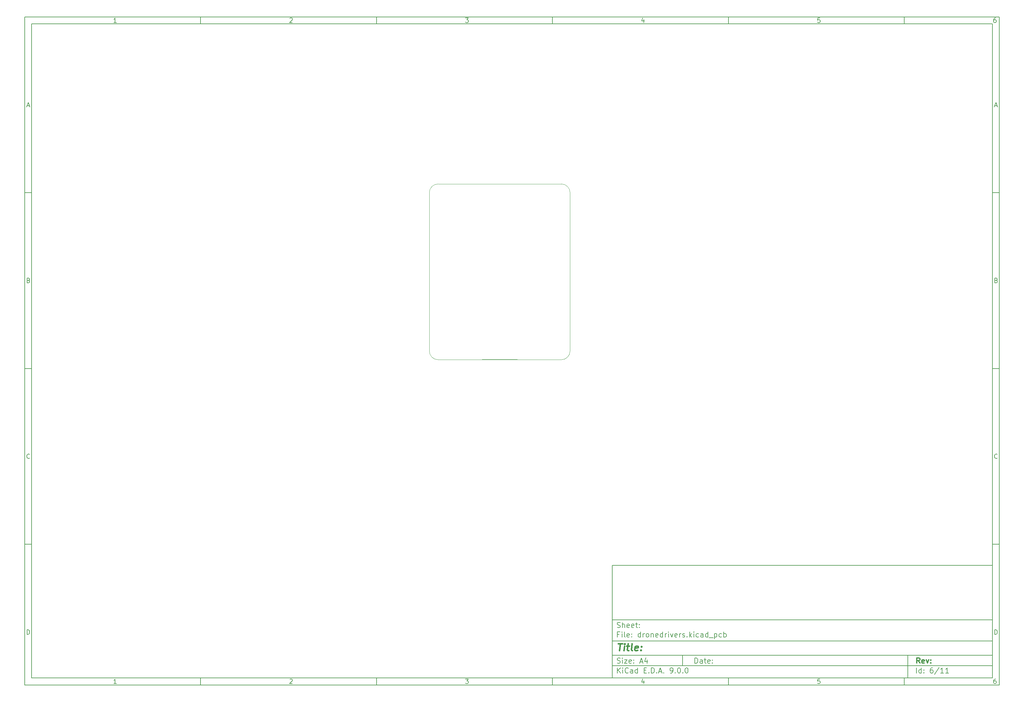
<source format=gbr>
%TF.GenerationSoftware,KiCad,Pcbnew,9.0.0*%
%TF.CreationDate,2025-03-29T01:57:50-05:00*%
%TF.ProjectId,dronedrivers,64726f6e-6564-4726-9976-6572732e6b69,rev?*%
%TF.SameCoordinates,Original*%
%TF.FileFunction,Paste,Bot*%
%TF.FilePolarity,Positive*%
%FSLAX46Y46*%
G04 Gerber Fmt 4.6, Leading zero omitted, Abs format (unit mm)*
G04 Created by KiCad (PCBNEW 9.0.0) date 2025-03-29 01:57:50*
%MOMM*%
%LPD*%
G01*
G04 APERTURE LIST*
%ADD10C,0.100000*%
%ADD11C,0.150000*%
%ADD12C,0.300000*%
%ADD13C,0.400000*%
%TA.AperFunction,Profile*%
%ADD14C,0.050000*%
%TD*%
G04 APERTURE END LIST*
D10*
D11*
X177002200Y-166007200D02*
X285002200Y-166007200D01*
X285002200Y-198007200D01*
X177002200Y-198007200D01*
X177002200Y-166007200D01*
D10*
D11*
X10000000Y-10000000D02*
X287002200Y-10000000D01*
X287002200Y-200007200D01*
X10000000Y-200007200D01*
X10000000Y-10000000D01*
D10*
D11*
X12000000Y-12000000D02*
X285002200Y-12000000D01*
X285002200Y-198007200D01*
X12000000Y-198007200D01*
X12000000Y-12000000D01*
D10*
D11*
X60000000Y-12000000D02*
X60000000Y-10000000D01*
D10*
D11*
X110000000Y-12000000D02*
X110000000Y-10000000D01*
D10*
D11*
X160000000Y-12000000D02*
X160000000Y-10000000D01*
D10*
D11*
X210000000Y-12000000D02*
X210000000Y-10000000D01*
D10*
D11*
X260000000Y-12000000D02*
X260000000Y-10000000D01*
D10*
D11*
X36089160Y-11593604D02*
X35346303Y-11593604D01*
X35717731Y-11593604D02*
X35717731Y-10293604D01*
X35717731Y-10293604D02*
X35593922Y-10479319D01*
X35593922Y-10479319D02*
X35470112Y-10603128D01*
X35470112Y-10603128D02*
X35346303Y-10665033D01*
D10*
D11*
X85346303Y-10417414D02*
X85408207Y-10355509D01*
X85408207Y-10355509D02*
X85532017Y-10293604D01*
X85532017Y-10293604D02*
X85841541Y-10293604D01*
X85841541Y-10293604D02*
X85965350Y-10355509D01*
X85965350Y-10355509D02*
X86027255Y-10417414D01*
X86027255Y-10417414D02*
X86089160Y-10541223D01*
X86089160Y-10541223D02*
X86089160Y-10665033D01*
X86089160Y-10665033D02*
X86027255Y-10850747D01*
X86027255Y-10850747D02*
X85284398Y-11593604D01*
X85284398Y-11593604D02*
X86089160Y-11593604D01*
D10*
D11*
X135284398Y-10293604D02*
X136089160Y-10293604D01*
X136089160Y-10293604D02*
X135655826Y-10788842D01*
X135655826Y-10788842D02*
X135841541Y-10788842D01*
X135841541Y-10788842D02*
X135965350Y-10850747D01*
X135965350Y-10850747D02*
X136027255Y-10912652D01*
X136027255Y-10912652D02*
X136089160Y-11036461D01*
X136089160Y-11036461D02*
X136089160Y-11345985D01*
X136089160Y-11345985D02*
X136027255Y-11469795D01*
X136027255Y-11469795D02*
X135965350Y-11531700D01*
X135965350Y-11531700D02*
X135841541Y-11593604D01*
X135841541Y-11593604D02*
X135470112Y-11593604D01*
X135470112Y-11593604D02*
X135346303Y-11531700D01*
X135346303Y-11531700D02*
X135284398Y-11469795D01*
D10*
D11*
X185965350Y-10726938D02*
X185965350Y-11593604D01*
X185655826Y-10231700D02*
X185346303Y-11160271D01*
X185346303Y-11160271D02*
X186151064Y-11160271D01*
D10*
D11*
X236027255Y-10293604D02*
X235408207Y-10293604D01*
X235408207Y-10293604D02*
X235346303Y-10912652D01*
X235346303Y-10912652D02*
X235408207Y-10850747D01*
X235408207Y-10850747D02*
X235532017Y-10788842D01*
X235532017Y-10788842D02*
X235841541Y-10788842D01*
X235841541Y-10788842D02*
X235965350Y-10850747D01*
X235965350Y-10850747D02*
X236027255Y-10912652D01*
X236027255Y-10912652D02*
X236089160Y-11036461D01*
X236089160Y-11036461D02*
X236089160Y-11345985D01*
X236089160Y-11345985D02*
X236027255Y-11469795D01*
X236027255Y-11469795D02*
X235965350Y-11531700D01*
X235965350Y-11531700D02*
X235841541Y-11593604D01*
X235841541Y-11593604D02*
X235532017Y-11593604D01*
X235532017Y-11593604D02*
X235408207Y-11531700D01*
X235408207Y-11531700D02*
X235346303Y-11469795D01*
D10*
D11*
X285965350Y-10293604D02*
X285717731Y-10293604D01*
X285717731Y-10293604D02*
X285593922Y-10355509D01*
X285593922Y-10355509D02*
X285532017Y-10417414D01*
X285532017Y-10417414D02*
X285408207Y-10603128D01*
X285408207Y-10603128D02*
X285346303Y-10850747D01*
X285346303Y-10850747D02*
X285346303Y-11345985D01*
X285346303Y-11345985D02*
X285408207Y-11469795D01*
X285408207Y-11469795D02*
X285470112Y-11531700D01*
X285470112Y-11531700D02*
X285593922Y-11593604D01*
X285593922Y-11593604D02*
X285841541Y-11593604D01*
X285841541Y-11593604D02*
X285965350Y-11531700D01*
X285965350Y-11531700D02*
X286027255Y-11469795D01*
X286027255Y-11469795D02*
X286089160Y-11345985D01*
X286089160Y-11345985D02*
X286089160Y-11036461D01*
X286089160Y-11036461D02*
X286027255Y-10912652D01*
X286027255Y-10912652D02*
X285965350Y-10850747D01*
X285965350Y-10850747D02*
X285841541Y-10788842D01*
X285841541Y-10788842D02*
X285593922Y-10788842D01*
X285593922Y-10788842D02*
X285470112Y-10850747D01*
X285470112Y-10850747D02*
X285408207Y-10912652D01*
X285408207Y-10912652D02*
X285346303Y-11036461D01*
D10*
D11*
X60000000Y-198007200D02*
X60000000Y-200007200D01*
D10*
D11*
X110000000Y-198007200D02*
X110000000Y-200007200D01*
D10*
D11*
X160000000Y-198007200D02*
X160000000Y-200007200D01*
D10*
D11*
X210000000Y-198007200D02*
X210000000Y-200007200D01*
D10*
D11*
X260000000Y-198007200D02*
X260000000Y-200007200D01*
D10*
D11*
X36089160Y-199600804D02*
X35346303Y-199600804D01*
X35717731Y-199600804D02*
X35717731Y-198300804D01*
X35717731Y-198300804D02*
X35593922Y-198486519D01*
X35593922Y-198486519D02*
X35470112Y-198610328D01*
X35470112Y-198610328D02*
X35346303Y-198672233D01*
D10*
D11*
X85346303Y-198424614D02*
X85408207Y-198362709D01*
X85408207Y-198362709D02*
X85532017Y-198300804D01*
X85532017Y-198300804D02*
X85841541Y-198300804D01*
X85841541Y-198300804D02*
X85965350Y-198362709D01*
X85965350Y-198362709D02*
X86027255Y-198424614D01*
X86027255Y-198424614D02*
X86089160Y-198548423D01*
X86089160Y-198548423D02*
X86089160Y-198672233D01*
X86089160Y-198672233D02*
X86027255Y-198857947D01*
X86027255Y-198857947D02*
X85284398Y-199600804D01*
X85284398Y-199600804D02*
X86089160Y-199600804D01*
D10*
D11*
X135284398Y-198300804D02*
X136089160Y-198300804D01*
X136089160Y-198300804D02*
X135655826Y-198796042D01*
X135655826Y-198796042D02*
X135841541Y-198796042D01*
X135841541Y-198796042D02*
X135965350Y-198857947D01*
X135965350Y-198857947D02*
X136027255Y-198919852D01*
X136027255Y-198919852D02*
X136089160Y-199043661D01*
X136089160Y-199043661D02*
X136089160Y-199353185D01*
X136089160Y-199353185D02*
X136027255Y-199476995D01*
X136027255Y-199476995D02*
X135965350Y-199538900D01*
X135965350Y-199538900D02*
X135841541Y-199600804D01*
X135841541Y-199600804D02*
X135470112Y-199600804D01*
X135470112Y-199600804D02*
X135346303Y-199538900D01*
X135346303Y-199538900D02*
X135284398Y-199476995D01*
D10*
D11*
X185965350Y-198734138D02*
X185965350Y-199600804D01*
X185655826Y-198238900D02*
X185346303Y-199167471D01*
X185346303Y-199167471D02*
X186151064Y-199167471D01*
D10*
D11*
X236027255Y-198300804D02*
X235408207Y-198300804D01*
X235408207Y-198300804D02*
X235346303Y-198919852D01*
X235346303Y-198919852D02*
X235408207Y-198857947D01*
X235408207Y-198857947D02*
X235532017Y-198796042D01*
X235532017Y-198796042D02*
X235841541Y-198796042D01*
X235841541Y-198796042D02*
X235965350Y-198857947D01*
X235965350Y-198857947D02*
X236027255Y-198919852D01*
X236027255Y-198919852D02*
X236089160Y-199043661D01*
X236089160Y-199043661D02*
X236089160Y-199353185D01*
X236089160Y-199353185D02*
X236027255Y-199476995D01*
X236027255Y-199476995D02*
X235965350Y-199538900D01*
X235965350Y-199538900D02*
X235841541Y-199600804D01*
X235841541Y-199600804D02*
X235532017Y-199600804D01*
X235532017Y-199600804D02*
X235408207Y-199538900D01*
X235408207Y-199538900D02*
X235346303Y-199476995D01*
D10*
D11*
X285965350Y-198300804D02*
X285717731Y-198300804D01*
X285717731Y-198300804D02*
X285593922Y-198362709D01*
X285593922Y-198362709D02*
X285532017Y-198424614D01*
X285532017Y-198424614D02*
X285408207Y-198610328D01*
X285408207Y-198610328D02*
X285346303Y-198857947D01*
X285346303Y-198857947D02*
X285346303Y-199353185D01*
X285346303Y-199353185D02*
X285408207Y-199476995D01*
X285408207Y-199476995D02*
X285470112Y-199538900D01*
X285470112Y-199538900D02*
X285593922Y-199600804D01*
X285593922Y-199600804D02*
X285841541Y-199600804D01*
X285841541Y-199600804D02*
X285965350Y-199538900D01*
X285965350Y-199538900D02*
X286027255Y-199476995D01*
X286027255Y-199476995D02*
X286089160Y-199353185D01*
X286089160Y-199353185D02*
X286089160Y-199043661D01*
X286089160Y-199043661D02*
X286027255Y-198919852D01*
X286027255Y-198919852D02*
X285965350Y-198857947D01*
X285965350Y-198857947D02*
X285841541Y-198796042D01*
X285841541Y-198796042D02*
X285593922Y-198796042D01*
X285593922Y-198796042D02*
X285470112Y-198857947D01*
X285470112Y-198857947D02*
X285408207Y-198919852D01*
X285408207Y-198919852D02*
X285346303Y-199043661D01*
D10*
D11*
X10000000Y-60000000D02*
X12000000Y-60000000D01*
D10*
D11*
X10000000Y-110000000D02*
X12000000Y-110000000D01*
D10*
D11*
X10000000Y-160000000D02*
X12000000Y-160000000D01*
D10*
D11*
X10690476Y-35222176D02*
X11309523Y-35222176D01*
X10566666Y-35593604D02*
X10999999Y-34293604D01*
X10999999Y-34293604D02*
X11433333Y-35593604D01*
D10*
D11*
X11092857Y-84912652D02*
X11278571Y-84974557D01*
X11278571Y-84974557D02*
X11340476Y-85036461D01*
X11340476Y-85036461D02*
X11402380Y-85160271D01*
X11402380Y-85160271D02*
X11402380Y-85345985D01*
X11402380Y-85345985D02*
X11340476Y-85469795D01*
X11340476Y-85469795D02*
X11278571Y-85531700D01*
X11278571Y-85531700D02*
X11154761Y-85593604D01*
X11154761Y-85593604D02*
X10659523Y-85593604D01*
X10659523Y-85593604D02*
X10659523Y-84293604D01*
X10659523Y-84293604D02*
X11092857Y-84293604D01*
X11092857Y-84293604D02*
X11216666Y-84355509D01*
X11216666Y-84355509D02*
X11278571Y-84417414D01*
X11278571Y-84417414D02*
X11340476Y-84541223D01*
X11340476Y-84541223D02*
X11340476Y-84665033D01*
X11340476Y-84665033D02*
X11278571Y-84788842D01*
X11278571Y-84788842D02*
X11216666Y-84850747D01*
X11216666Y-84850747D02*
X11092857Y-84912652D01*
X11092857Y-84912652D02*
X10659523Y-84912652D01*
D10*
D11*
X11402380Y-135469795D02*
X11340476Y-135531700D01*
X11340476Y-135531700D02*
X11154761Y-135593604D01*
X11154761Y-135593604D02*
X11030952Y-135593604D01*
X11030952Y-135593604D02*
X10845238Y-135531700D01*
X10845238Y-135531700D02*
X10721428Y-135407890D01*
X10721428Y-135407890D02*
X10659523Y-135284080D01*
X10659523Y-135284080D02*
X10597619Y-135036461D01*
X10597619Y-135036461D02*
X10597619Y-134850747D01*
X10597619Y-134850747D02*
X10659523Y-134603128D01*
X10659523Y-134603128D02*
X10721428Y-134479319D01*
X10721428Y-134479319D02*
X10845238Y-134355509D01*
X10845238Y-134355509D02*
X11030952Y-134293604D01*
X11030952Y-134293604D02*
X11154761Y-134293604D01*
X11154761Y-134293604D02*
X11340476Y-134355509D01*
X11340476Y-134355509D02*
X11402380Y-134417414D01*
D10*
D11*
X10659523Y-185593604D02*
X10659523Y-184293604D01*
X10659523Y-184293604D02*
X10969047Y-184293604D01*
X10969047Y-184293604D02*
X11154761Y-184355509D01*
X11154761Y-184355509D02*
X11278571Y-184479319D01*
X11278571Y-184479319D02*
X11340476Y-184603128D01*
X11340476Y-184603128D02*
X11402380Y-184850747D01*
X11402380Y-184850747D02*
X11402380Y-185036461D01*
X11402380Y-185036461D02*
X11340476Y-185284080D01*
X11340476Y-185284080D02*
X11278571Y-185407890D01*
X11278571Y-185407890D02*
X11154761Y-185531700D01*
X11154761Y-185531700D02*
X10969047Y-185593604D01*
X10969047Y-185593604D02*
X10659523Y-185593604D01*
D10*
D11*
X287002200Y-60000000D02*
X285002200Y-60000000D01*
D10*
D11*
X287002200Y-110000000D02*
X285002200Y-110000000D01*
D10*
D11*
X287002200Y-160000000D02*
X285002200Y-160000000D01*
D10*
D11*
X285692676Y-35222176D02*
X286311723Y-35222176D01*
X285568866Y-35593604D02*
X286002199Y-34293604D01*
X286002199Y-34293604D02*
X286435533Y-35593604D01*
D10*
D11*
X286095057Y-84912652D02*
X286280771Y-84974557D01*
X286280771Y-84974557D02*
X286342676Y-85036461D01*
X286342676Y-85036461D02*
X286404580Y-85160271D01*
X286404580Y-85160271D02*
X286404580Y-85345985D01*
X286404580Y-85345985D02*
X286342676Y-85469795D01*
X286342676Y-85469795D02*
X286280771Y-85531700D01*
X286280771Y-85531700D02*
X286156961Y-85593604D01*
X286156961Y-85593604D02*
X285661723Y-85593604D01*
X285661723Y-85593604D02*
X285661723Y-84293604D01*
X285661723Y-84293604D02*
X286095057Y-84293604D01*
X286095057Y-84293604D02*
X286218866Y-84355509D01*
X286218866Y-84355509D02*
X286280771Y-84417414D01*
X286280771Y-84417414D02*
X286342676Y-84541223D01*
X286342676Y-84541223D02*
X286342676Y-84665033D01*
X286342676Y-84665033D02*
X286280771Y-84788842D01*
X286280771Y-84788842D02*
X286218866Y-84850747D01*
X286218866Y-84850747D02*
X286095057Y-84912652D01*
X286095057Y-84912652D02*
X285661723Y-84912652D01*
D10*
D11*
X286404580Y-135469795D02*
X286342676Y-135531700D01*
X286342676Y-135531700D02*
X286156961Y-135593604D01*
X286156961Y-135593604D02*
X286033152Y-135593604D01*
X286033152Y-135593604D02*
X285847438Y-135531700D01*
X285847438Y-135531700D02*
X285723628Y-135407890D01*
X285723628Y-135407890D02*
X285661723Y-135284080D01*
X285661723Y-135284080D02*
X285599819Y-135036461D01*
X285599819Y-135036461D02*
X285599819Y-134850747D01*
X285599819Y-134850747D02*
X285661723Y-134603128D01*
X285661723Y-134603128D02*
X285723628Y-134479319D01*
X285723628Y-134479319D02*
X285847438Y-134355509D01*
X285847438Y-134355509D02*
X286033152Y-134293604D01*
X286033152Y-134293604D02*
X286156961Y-134293604D01*
X286156961Y-134293604D02*
X286342676Y-134355509D01*
X286342676Y-134355509D02*
X286404580Y-134417414D01*
D10*
D11*
X285661723Y-185593604D02*
X285661723Y-184293604D01*
X285661723Y-184293604D02*
X285971247Y-184293604D01*
X285971247Y-184293604D02*
X286156961Y-184355509D01*
X286156961Y-184355509D02*
X286280771Y-184479319D01*
X286280771Y-184479319D02*
X286342676Y-184603128D01*
X286342676Y-184603128D02*
X286404580Y-184850747D01*
X286404580Y-184850747D02*
X286404580Y-185036461D01*
X286404580Y-185036461D02*
X286342676Y-185284080D01*
X286342676Y-185284080D02*
X286280771Y-185407890D01*
X286280771Y-185407890D02*
X286156961Y-185531700D01*
X286156961Y-185531700D02*
X285971247Y-185593604D01*
X285971247Y-185593604D02*
X285661723Y-185593604D01*
D10*
D11*
X200458026Y-193793328D02*
X200458026Y-192293328D01*
X200458026Y-192293328D02*
X200815169Y-192293328D01*
X200815169Y-192293328D02*
X201029455Y-192364757D01*
X201029455Y-192364757D02*
X201172312Y-192507614D01*
X201172312Y-192507614D02*
X201243741Y-192650471D01*
X201243741Y-192650471D02*
X201315169Y-192936185D01*
X201315169Y-192936185D02*
X201315169Y-193150471D01*
X201315169Y-193150471D02*
X201243741Y-193436185D01*
X201243741Y-193436185D02*
X201172312Y-193579042D01*
X201172312Y-193579042D02*
X201029455Y-193721900D01*
X201029455Y-193721900D02*
X200815169Y-193793328D01*
X200815169Y-193793328D02*
X200458026Y-193793328D01*
X202600884Y-193793328D02*
X202600884Y-193007614D01*
X202600884Y-193007614D02*
X202529455Y-192864757D01*
X202529455Y-192864757D02*
X202386598Y-192793328D01*
X202386598Y-192793328D02*
X202100884Y-192793328D01*
X202100884Y-192793328D02*
X201958026Y-192864757D01*
X202600884Y-193721900D02*
X202458026Y-193793328D01*
X202458026Y-193793328D02*
X202100884Y-193793328D01*
X202100884Y-193793328D02*
X201958026Y-193721900D01*
X201958026Y-193721900D02*
X201886598Y-193579042D01*
X201886598Y-193579042D02*
X201886598Y-193436185D01*
X201886598Y-193436185D02*
X201958026Y-193293328D01*
X201958026Y-193293328D02*
X202100884Y-193221900D01*
X202100884Y-193221900D02*
X202458026Y-193221900D01*
X202458026Y-193221900D02*
X202600884Y-193150471D01*
X203100884Y-192793328D02*
X203672312Y-192793328D01*
X203315169Y-192293328D02*
X203315169Y-193579042D01*
X203315169Y-193579042D02*
X203386598Y-193721900D01*
X203386598Y-193721900D02*
X203529455Y-193793328D01*
X203529455Y-193793328D02*
X203672312Y-193793328D01*
X204743741Y-193721900D02*
X204600884Y-193793328D01*
X204600884Y-193793328D02*
X204315170Y-193793328D01*
X204315170Y-193793328D02*
X204172312Y-193721900D01*
X204172312Y-193721900D02*
X204100884Y-193579042D01*
X204100884Y-193579042D02*
X204100884Y-193007614D01*
X204100884Y-193007614D02*
X204172312Y-192864757D01*
X204172312Y-192864757D02*
X204315170Y-192793328D01*
X204315170Y-192793328D02*
X204600884Y-192793328D01*
X204600884Y-192793328D02*
X204743741Y-192864757D01*
X204743741Y-192864757D02*
X204815170Y-193007614D01*
X204815170Y-193007614D02*
X204815170Y-193150471D01*
X204815170Y-193150471D02*
X204100884Y-193293328D01*
X205458026Y-193650471D02*
X205529455Y-193721900D01*
X205529455Y-193721900D02*
X205458026Y-193793328D01*
X205458026Y-193793328D02*
X205386598Y-193721900D01*
X205386598Y-193721900D02*
X205458026Y-193650471D01*
X205458026Y-193650471D02*
X205458026Y-193793328D01*
X205458026Y-192864757D02*
X205529455Y-192936185D01*
X205529455Y-192936185D02*
X205458026Y-193007614D01*
X205458026Y-193007614D02*
X205386598Y-192936185D01*
X205386598Y-192936185D02*
X205458026Y-192864757D01*
X205458026Y-192864757D02*
X205458026Y-193007614D01*
D10*
D11*
X177002200Y-194507200D02*
X285002200Y-194507200D01*
D10*
D11*
X178458026Y-196593328D02*
X178458026Y-195093328D01*
X179315169Y-196593328D02*
X178672312Y-195736185D01*
X179315169Y-195093328D02*
X178458026Y-195950471D01*
X179958026Y-196593328D02*
X179958026Y-195593328D01*
X179958026Y-195093328D02*
X179886598Y-195164757D01*
X179886598Y-195164757D02*
X179958026Y-195236185D01*
X179958026Y-195236185D02*
X180029455Y-195164757D01*
X180029455Y-195164757D02*
X179958026Y-195093328D01*
X179958026Y-195093328D02*
X179958026Y-195236185D01*
X181529455Y-196450471D02*
X181458027Y-196521900D01*
X181458027Y-196521900D02*
X181243741Y-196593328D01*
X181243741Y-196593328D02*
X181100884Y-196593328D01*
X181100884Y-196593328D02*
X180886598Y-196521900D01*
X180886598Y-196521900D02*
X180743741Y-196379042D01*
X180743741Y-196379042D02*
X180672312Y-196236185D01*
X180672312Y-196236185D02*
X180600884Y-195950471D01*
X180600884Y-195950471D02*
X180600884Y-195736185D01*
X180600884Y-195736185D02*
X180672312Y-195450471D01*
X180672312Y-195450471D02*
X180743741Y-195307614D01*
X180743741Y-195307614D02*
X180886598Y-195164757D01*
X180886598Y-195164757D02*
X181100884Y-195093328D01*
X181100884Y-195093328D02*
X181243741Y-195093328D01*
X181243741Y-195093328D02*
X181458027Y-195164757D01*
X181458027Y-195164757D02*
X181529455Y-195236185D01*
X182815170Y-196593328D02*
X182815170Y-195807614D01*
X182815170Y-195807614D02*
X182743741Y-195664757D01*
X182743741Y-195664757D02*
X182600884Y-195593328D01*
X182600884Y-195593328D02*
X182315170Y-195593328D01*
X182315170Y-195593328D02*
X182172312Y-195664757D01*
X182815170Y-196521900D02*
X182672312Y-196593328D01*
X182672312Y-196593328D02*
X182315170Y-196593328D01*
X182315170Y-196593328D02*
X182172312Y-196521900D01*
X182172312Y-196521900D02*
X182100884Y-196379042D01*
X182100884Y-196379042D02*
X182100884Y-196236185D01*
X182100884Y-196236185D02*
X182172312Y-196093328D01*
X182172312Y-196093328D02*
X182315170Y-196021900D01*
X182315170Y-196021900D02*
X182672312Y-196021900D01*
X182672312Y-196021900D02*
X182815170Y-195950471D01*
X184172313Y-196593328D02*
X184172313Y-195093328D01*
X184172313Y-196521900D02*
X184029455Y-196593328D01*
X184029455Y-196593328D02*
X183743741Y-196593328D01*
X183743741Y-196593328D02*
X183600884Y-196521900D01*
X183600884Y-196521900D02*
X183529455Y-196450471D01*
X183529455Y-196450471D02*
X183458027Y-196307614D01*
X183458027Y-196307614D02*
X183458027Y-195879042D01*
X183458027Y-195879042D02*
X183529455Y-195736185D01*
X183529455Y-195736185D02*
X183600884Y-195664757D01*
X183600884Y-195664757D02*
X183743741Y-195593328D01*
X183743741Y-195593328D02*
X184029455Y-195593328D01*
X184029455Y-195593328D02*
X184172313Y-195664757D01*
X186029455Y-195807614D02*
X186529455Y-195807614D01*
X186743741Y-196593328D02*
X186029455Y-196593328D01*
X186029455Y-196593328D02*
X186029455Y-195093328D01*
X186029455Y-195093328D02*
X186743741Y-195093328D01*
X187386598Y-196450471D02*
X187458027Y-196521900D01*
X187458027Y-196521900D02*
X187386598Y-196593328D01*
X187386598Y-196593328D02*
X187315170Y-196521900D01*
X187315170Y-196521900D02*
X187386598Y-196450471D01*
X187386598Y-196450471D02*
X187386598Y-196593328D01*
X188100884Y-196593328D02*
X188100884Y-195093328D01*
X188100884Y-195093328D02*
X188458027Y-195093328D01*
X188458027Y-195093328D02*
X188672313Y-195164757D01*
X188672313Y-195164757D02*
X188815170Y-195307614D01*
X188815170Y-195307614D02*
X188886599Y-195450471D01*
X188886599Y-195450471D02*
X188958027Y-195736185D01*
X188958027Y-195736185D02*
X188958027Y-195950471D01*
X188958027Y-195950471D02*
X188886599Y-196236185D01*
X188886599Y-196236185D02*
X188815170Y-196379042D01*
X188815170Y-196379042D02*
X188672313Y-196521900D01*
X188672313Y-196521900D02*
X188458027Y-196593328D01*
X188458027Y-196593328D02*
X188100884Y-196593328D01*
X189600884Y-196450471D02*
X189672313Y-196521900D01*
X189672313Y-196521900D02*
X189600884Y-196593328D01*
X189600884Y-196593328D02*
X189529456Y-196521900D01*
X189529456Y-196521900D02*
X189600884Y-196450471D01*
X189600884Y-196450471D02*
X189600884Y-196593328D01*
X190243742Y-196164757D02*
X190958028Y-196164757D01*
X190100885Y-196593328D02*
X190600885Y-195093328D01*
X190600885Y-195093328D02*
X191100885Y-196593328D01*
X191600884Y-196450471D02*
X191672313Y-196521900D01*
X191672313Y-196521900D02*
X191600884Y-196593328D01*
X191600884Y-196593328D02*
X191529456Y-196521900D01*
X191529456Y-196521900D02*
X191600884Y-196450471D01*
X191600884Y-196450471D02*
X191600884Y-196593328D01*
X193529456Y-196593328D02*
X193815170Y-196593328D01*
X193815170Y-196593328D02*
X193958027Y-196521900D01*
X193958027Y-196521900D02*
X194029456Y-196450471D01*
X194029456Y-196450471D02*
X194172313Y-196236185D01*
X194172313Y-196236185D02*
X194243742Y-195950471D01*
X194243742Y-195950471D02*
X194243742Y-195379042D01*
X194243742Y-195379042D02*
X194172313Y-195236185D01*
X194172313Y-195236185D02*
X194100885Y-195164757D01*
X194100885Y-195164757D02*
X193958027Y-195093328D01*
X193958027Y-195093328D02*
X193672313Y-195093328D01*
X193672313Y-195093328D02*
X193529456Y-195164757D01*
X193529456Y-195164757D02*
X193458027Y-195236185D01*
X193458027Y-195236185D02*
X193386599Y-195379042D01*
X193386599Y-195379042D02*
X193386599Y-195736185D01*
X193386599Y-195736185D02*
X193458027Y-195879042D01*
X193458027Y-195879042D02*
X193529456Y-195950471D01*
X193529456Y-195950471D02*
X193672313Y-196021900D01*
X193672313Y-196021900D02*
X193958027Y-196021900D01*
X193958027Y-196021900D02*
X194100885Y-195950471D01*
X194100885Y-195950471D02*
X194172313Y-195879042D01*
X194172313Y-195879042D02*
X194243742Y-195736185D01*
X194886598Y-196450471D02*
X194958027Y-196521900D01*
X194958027Y-196521900D02*
X194886598Y-196593328D01*
X194886598Y-196593328D02*
X194815170Y-196521900D01*
X194815170Y-196521900D02*
X194886598Y-196450471D01*
X194886598Y-196450471D02*
X194886598Y-196593328D01*
X195886599Y-195093328D02*
X196029456Y-195093328D01*
X196029456Y-195093328D02*
X196172313Y-195164757D01*
X196172313Y-195164757D02*
X196243742Y-195236185D01*
X196243742Y-195236185D02*
X196315170Y-195379042D01*
X196315170Y-195379042D02*
X196386599Y-195664757D01*
X196386599Y-195664757D02*
X196386599Y-196021900D01*
X196386599Y-196021900D02*
X196315170Y-196307614D01*
X196315170Y-196307614D02*
X196243742Y-196450471D01*
X196243742Y-196450471D02*
X196172313Y-196521900D01*
X196172313Y-196521900D02*
X196029456Y-196593328D01*
X196029456Y-196593328D02*
X195886599Y-196593328D01*
X195886599Y-196593328D02*
X195743742Y-196521900D01*
X195743742Y-196521900D02*
X195672313Y-196450471D01*
X195672313Y-196450471D02*
X195600884Y-196307614D01*
X195600884Y-196307614D02*
X195529456Y-196021900D01*
X195529456Y-196021900D02*
X195529456Y-195664757D01*
X195529456Y-195664757D02*
X195600884Y-195379042D01*
X195600884Y-195379042D02*
X195672313Y-195236185D01*
X195672313Y-195236185D02*
X195743742Y-195164757D01*
X195743742Y-195164757D02*
X195886599Y-195093328D01*
X197029455Y-196450471D02*
X197100884Y-196521900D01*
X197100884Y-196521900D02*
X197029455Y-196593328D01*
X197029455Y-196593328D02*
X196958027Y-196521900D01*
X196958027Y-196521900D02*
X197029455Y-196450471D01*
X197029455Y-196450471D02*
X197029455Y-196593328D01*
X198029456Y-195093328D02*
X198172313Y-195093328D01*
X198172313Y-195093328D02*
X198315170Y-195164757D01*
X198315170Y-195164757D02*
X198386599Y-195236185D01*
X198386599Y-195236185D02*
X198458027Y-195379042D01*
X198458027Y-195379042D02*
X198529456Y-195664757D01*
X198529456Y-195664757D02*
X198529456Y-196021900D01*
X198529456Y-196021900D02*
X198458027Y-196307614D01*
X198458027Y-196307614D02*
X198386599Y-196450471D01*
X198386599Y-196450471D02*
X198315170Y-196521900D01*
X198315170Y-196521900D02*
X198172313Y-196593328D01*
X198172313Y-196593328D02*
X198029456Y-196593328D01*
X198029456Y-196593328D02*
X197886599Y-196521900D01*
X197886599Y-196521900D02*
X197815170Y-196450471D01*
X197815170Y-196450471D02*
X197743741Y-196307614D01*
X197743741Y-196307614D02*
X197672313Y-196021900D01*
X197672313Y-196021900D02*
X197672313Y-195664757D01*
X197672313Y-195664757D02*
X197743741Y-195379042D01*
X197743741Y-195379042D02*
X197815170Y-195236185D01*
X197815170Y-195236185D02*
X197886599Y-195164757D01*
X197886599Y-195164757D02*
X198029456Y-195093328D01*
D10*
D11*
X177002200Y-191507200D02*
X285002200Y-191507200D01*
D10*
D12*
X264413853Y-193785528D02*
X263913853Y-193071242D01*
X263556710Y-193785528D02*
X263556710Y-192285528D01*
X263556710Y-192285528D02*
X264128139Y-192285528D01*
X264128139Y-192285528D02*
X264270996Y-192356957D01*
X264270996Y-192356957D02*
X264342425Y-192428385D01*
X264342425Y-192428385D02*
X264413853Y-192571242D01*
X264413853Y-192571242D02*
X264413853Y-192785528D01*
X264413853Y-192785528D02*
X264342425Y-192928385D01*
X264342425Y-192928385D02*
X264270996Y-192999814D01*
X264270996Y-192999814D02*
X264128139Y-193071242D01*
X264128139Y-193071242D02*
X263556710Y-193071242D01*
X265628139Y-193714100D02*
X265485282Y-193785528D01*
X265485282Y-193785528D02*
X265199568Y-193785528D01*
X265199568Y-193785528D02*
X265056710Y-193714100D01*
X265056710Y-193714100D02*
X264985282Y-193571242D01*
X264985282Y-193571242D02*
X264985282Y-192999814D01*
X264985282Y-192999814D02*
X265056710Y-192856957D01*
X265056710Y-192856957D02*
X265199568Y-192785528D01*
X265199568Y-192785528D02*
X265485282Y-192785528D01*
X265485282Y-192785528D02*
X265628139Y-192856957D01*
X265628139Y-192856957D02*
X265699568Y-192999814D01*
X265699568Y-192999814D02*
X265699568Y-193142671D01*
X265699568Y-193142671D02*
X264985282Y-193285528D01*
X266199567Y-192785528D02*
X266556710Y-193785528D01*
X266556710Y-193785528D02*
X266913853Y-192785528D01*
X267485281Y-193642671D02*
X267556710Y-193714100D01*
X267556710Y-193714100D02*
X267485281Y-193785528D01*
X267485281Y-193785528D02*
X267413853Y-193714100D01*
X267413853Y-193714100D02*
X267485281Y-193642671D01*
X267485281Y-193642671D02*
X267485281Y-193785528D01*
X267485281Y-192856957D02*
X267556710Y-192928385D01*
X267556710Y-192928385D02*
X267485281Y-192999814D01*
X267485281Y-192999814D02*
X267413853Y-192928385D01*
X267413853Y-192928385D02*
X267485281Y-192856957D01*
X267485281Y-192856957D02*
X267485281Y-192999814D01*
D10*
D11*
X178386598Y-193721900D02*
X178600884Y-193793328D01*
X178600884Y-193793328D02*
X178958026Y-193793328D01*
X178958026Y-193793328D02*
X179100884Y-193721900D01*
X179100884Y-193721900D02*
X179172312Y-193650471D01*
X179172312Y-193650471D02*
X179243741Y-193507614D01*
X179243741Y-193507614D02*
X179243741Y-193364757D01*
X179243741Y-193364757D02*
X179172312Y-193221900D01*
X179172312Y-193221900D02*
X179100884Y-193150471D01*
X179100884Y-193150471D02*
X178958026Y-193079042D01*
X178958026Y-193079042D02*
X178672312Y-193007614D01*
X178672312Y-193007614D02*
X178529455Y-192936185D01*
X178529455Y-192936185D02*
X178458026Y-192864757D01*
X178458026Y-192864757D02*
X178386598Y-192721900D01*
X178386598Y-192721900D02*
X178386598Y-192579042D01*
X178386598Y-192579042D02*
X178458026Y-192436185D01*
X178458026Y-192436185D02*
X178529455Y-192364757D01*
X178529455Y-192364757D02*
X178672312Y-192293328D01*
X178672312Y-192293328D02*
X179029455Y-192293328D01*
X179029455Y-192293328D02*
X179243741Y-192364757D01*
X179886597Y-193793328D02*
X179886597Y-192793328D01*
X179886597Y-192293328D02*
X179815169Y-192364757D01*
X179815169Y-192364757D02*
X179886597Y-192436185D01*
X179886597Y-192436185D02*
X179958026Y-192364757D01*
X179958026Y-192364757D02*
X179886597Y-192293328D01*
X179886597Y-192293328D02*
X179886597Y-192436185D01*
X180458026Y-192793328D02*
X181243741Y-192793328D01*
X181243741Y-192793328D02*
X180458026Y-193793328D01*
X180458026Y-193793328D02*
X181243741Y-193793328D01*
X182386598Y-193721900D02*
X182243741Y-193793328D01*
X182243741Y-193793328D02*
X181958027Y-193793328D01*
X181958027Y-193793328D02*
X181815169Y-193721900D01*
X181815169Y-193721900D02*
X181743741Y-193579042D01*
X181743741Y-193579042D02*
X181743741Y-193007614D01*
X181743741Y-193007614D02*
X181815169Y-192864757D01*
X181815169Y-192864757D02*
X181958027Y-192793328D01*
X181958027Y-192793328D02*
X182243741Y-192793328D01*
X182243741Y-192793328D02*
X182386598Y-192864757D01*
X182386598Y-192864757D02*
X182458027Y-193007614D01*
X182458027Y-193007614D02*
X182458027Y-193150471D01*
X182458027Y-193150471D02*
X181743741Y-193293328D01*
X183100883Y-193650471D02*
X183172312Y-193721900D01*
X183172312Y-193721900D02*
X183100883Y-193793328D01*
X183100883Y-193793328D02*
X183029455Y-193721900D01*
X183029455Y-193721900D02*
X183100883Y-193650471D01*
X183100883Y-193650471D02*
X183100883Y-193793328D01*
X183100883Y-192864757D02*
X183172312Y-192936185D01*
X183172312Y-192936185D02*
X183100883Y-193007614D01*
X183100883Y-193007614D02*
X183029455Y-192936185D01*
X183029455Y-192936185D02*
X183100883Y-192864757D01*
X183100883Y-192864757D02*
X183100883Y-193007614D01*
X184886598Y-193364757D02*
X185600884Y-193364757D01*
X184743741Y-193793328D02*
X185243741Y-192293328D01*
X185243741Y-192293328D02*
X185743741Y-193793328D01*
X186886598Y-192793328D02*
X186886598Y-193793328D01*
X186529455Y-192221900D02*
X186172312Y-193293328D01*
X186172312Y-193293328D02*
X187100883Y-193293328D01*
D10*
D11*
X263458026Y-196593328D02*
X263458026Y-195093328D01*
X264815170Y-196593328D02*
X264815170Y-195093328D01*
X264815170Y-196521900D02*
X264672312Y-196593328D01*
X264672312Y-196593328D02*
X264386598Y-196593328D01*
X264386598Y-196593328D02*
X264243741Y-196521900D01*
X264243741Y-196521900D02*
X264172312Y-196450471D01*
X264172312Y-196450471D02*
X264100884Y-196307614D01*
X264100884Y-196307614D02*
X264100884Y-195879042D01*
X264100884Y-195879042D02*
X264172312Y-195736185D01*
X264172312Y-195736185D02*
X264243741Y-195664757D01*
X264243741Y-195664757D02*
X264386598Y-195593328D01*
X264386598Y-195593328D02*
X264672312Y-195593328D01*
X264672312Y-195593328D02*
X264815170Y-195664757D01*
X265529455Y-196450471D02*
X265600884Y-196521900D01*
X265600884Y-196521900D02*
X265529455Y-196593328D01*
X265529455Y-196593328D02*
X265458027Y-196521900D01*
X265458027Y-196521900D02*
X265529455Y-196450471D01*
X265529455Y-196450471D02*
X265529455Y-196593328D01*
X265529455Y-195664757D02*
X265600884Y-195736185D01*
X265600884Y-195736185D02*
X265529455Y-195807614D01*
X265529455Y-195807614D02*
X265458027Y-195736185D01*
X265458027Y-195736185D02*
X265529455Y-195664757D01*
X265529455Y-195664757D02*
X265529455Y-195807614D01*
X268029456Y-195093328D02*
X267743741Y-195093328D01*
X267743741Y-195093328D02*
X267600884Y-195164757D01*
X267600884Y-195164757D02*
X267529456Y-195236185D01*
X267529456Y-195236185D02*
X267386598Y-195450471D01*
X267386598Y-195450471D02*
X267315170Y-195736185D01*
X267315170Y-195736185D02*
X267315170Y-196307614D01*
X267315170Y-196307614D02*
X267386598Y-196450471D01*
X267386598Y-196450471D02*
X267458027Y-196521900D01*
X267458027Y-196521900D02*
X267600884Y-196593328D01*
X267600884Y-196593328D02*
X267886598Y-196593328D01*
X267886598Y-196593328D02*
X268029456Y-196521900D01*
X268029456Y-196521900D02*
X268100884Y-196450471D01*
X268100884Y-196450471D02*
X268172313Y-196307614D01*
X268172313Y-196307614D02*
X268172313Y-195950471D01*
X268172313Y-195950471D02*
X268100884Y-195807614D01*
X268100884Y-195807614D02*
X268029456Y-195736185D01*
X268029456Y-195736185D02*
X267886598Y-195664757D01*
X267886598Y-195664757D02*
X267600884Y-195664757D01*
X267600884Y-195664757D02*
X267458027Y-195736185D01*
X267458027Y-195736185D02*
X267386598Y-195807614D01*
X267386598Y-195807614D02*
X267315170Y-195950471D01*
X269886598Y-195021900D02*
X268600884Y-196950471D01*
X271172313Y-196593328D02*
X270315170Y-196593328D01*
X270743741Y-196593328D02*
X270743741Y-195093328D01*
X270743741Y-195093328D02*
X270600884Y-195307614D01*
X270600884Y-195307614D02*
X270458027Y-195450471D01*
X270458027Y-195450471D02*
X270315170Y-195521900D01*
X272600884Y-196593328D02*
X271743741Y-196593328D01*
X272172312Y-196593328D02*
X272172312Y-195093328D01*
X272172312Y-195093328D02*
X272029455Y-195307614D01*
X272029455Y-195307614D02*
X271886598Y-195450471D01*
X271886598Y-195450471D02*
X271743741Y-195521900D01*
D10*
D11*
X177002200Y-187507200D02*
X285002200Y-187507200D01*
D10*
D13*
X178693928Y-188211638D02*
X179836785Y-188211638D01*
X179015357Y-190211638D02*
X179265357Y-188211638D01*
X180253452Y-190211638D02*
X180420119Y-188878304D01*
X180503452Y-188211638D02*
X180396309Y-188306876D01*
X180396309Y-188306876D02*
X180479643Y-188402114D01*
X180479643Y-188402114D02*
X180586786Y-188306876D01*
X180586786Y-188306876D02*
X180503452Y-188211638D01*
X180503452Y-188211638D02*
X180479643Y-188402114D01*
X181086786Y-188878304D02*
X181848690Y-188878304D01*
X181455833Y-188211638D02*
X181241548Y-189925923D01*
X181241548Y-189925923D02*
X181312976Y-190116400D01*
X181312976Y-190116400D02*
X181491548Y-190211638D01*
X181491548Y-190211638D02*
X181682024Y-190211638D01*
X182634405Y-190211638D02*
X182455833Y-190116400D01*
X182455833Y-190116400D02*
X182384405Y-189925923D01*
X182384405Y-189925923D02*
X182598690Y-188211638D01*
X184170119Y-190116400D02*
X183967738Y-190211638D01*
X183967738Y-190211638D02*
X183586785Y-190211638D01*
X183586785Y-190211638D02*
X183408214Y-190116400D01*
X183408214Y-190116400D02*
X183336785Y-189925923D01*
X183336785Y-189925923D02*
X183432024Y-189164019D01*
X183432024Y-189164019D02*
X183551071Y-188973542D01*
X183551071Y-188973542D02*
X183753452Y-188878304D01*
X183753452Y-188878304D02*
X184134404Y-188878304D01*
X184134404Y-188878304D02*
X184312976Y-188973542D01*
X184312976Y-188973542D02*
X184384404Y-189164019D01*
X184384404Y-189164019D02*
X184360595Y-189354495D01*
X184360595Y-189354495D02*
X183384404Y-189544971D01*
X185134405Y-190021161D02*
X185217738Y-190116400D01*
X185217738Y-190116400D02*
X185110595Y-190211638D01*
X185110595Y-190211638D02*
X185027262Y-190116400D01*
X185027262Y-190116400D02*
X185134405Y-190021161D01*
X185134405Y-190021161D02*
X185110595Y-190211638D01*
X185265357Y-188973542D02*
X185348690Y-189068780D01*
X185348690Y-189068780D02*
X185241548Y-189164019D01*
X185241548Y-189164019D02*
X185158214Y-189068780D01*
X185158214Y-189068780D02*
X185265357Y-188973542D01*
X185265357Y-188973542D02*
X185241548Y-189164019D01*
D10*
D11*
X178958026Y-185607614D02*
X178458026Y-185607614D01*
X178458026Y-186393328D02*
X178458026Y-184893328D01*
X178458026Y-184893328D02*
X179172312Y-184893328D01*
X179743740Y-186393328D02*
X179743740Y-185393328D01*
X179743740Y-184893328D02*
X179672312Y-184964757D01*
X179672312Y-184964757D02*
X179743740Y-185036185D01*
X179743740Y-185036185D02*
X179815169Y-184964757D01*
X179815169Y-184964757D02*
X179743740Y-184893328D01*
X179743740Y-184893328D02*
X179743740Y-185036185D01*
X180672312Y-186393328D02*
X180529455Y-186321900D01*
X180529455Y-186321900D02*
X180458026Y-186179042D01*
X180458026Y-186179042D02*
X180458026Y-184893328D01*
X181815169Y-186321900D02*
X181672312Y-186393328D01*
X181672312Y-186393328D02*
X181386598Y-186393328D01*
X181386598Y-186393328D02*
X181243740Y-186321900D01*
X181243740Y-186321900D02*
X181172312Y-186179042D01*
X181172312Y-186179042D02*
X181172312Y-185607614D01*
X181172312Y-185607614D02*
X181243740Y-185464757D01*
X181243740Y-185464757D02*
X181386598Y-185393328D01*
X181386598Y-185393328D02*
X181672312Y-185393328D01*
X181672312Y-185393328D02*
X181815169Y-185464757D01*
X181815169Y-185464757D02*
X181886598Y-185607614D01*
X181886598Y-185607614D02*
X181886598Y-185750471D01*
X181886598Y-185750471D02*
X181172312Y-185893328D01*
X182529454Y-186250471D02*
X182600883Y-186321900D01*
X182600883Y-186321900D02*
X182529454Y-186393328D01*
X182529454Y-186393328D02*
X182458026Y-186321900D01*
X182458026Y-186321900D02*
X182529454Y-186250471D01*
X182529454Y-186250471D02*
X182529454Y-186393328D01*
X182529454Y-185464757D02*
X182600883Y-185536185D01*
X182600883Y-185536185D02*
X182529454Y-185607614D01*
X182529454Y-185607614D02*
X182458026Y-185536185D01*
X182458026Y-185536185D02*
X182529454Y-185464757D01*
X182529454Y-185464757D02*
X182529454Y-185607614D01*
X185029455Y-186393328D02*
X185029455Y-184893328D01*
X185029455Y-186321900D02*
X184886597Y-186393328D01*
X184886597Y-186393328D02*
X184600883Y-186393328D01*
X184600883Y-186393328D02*
X184458026Y-186321900D01*
X184458026Y-186321900D02*
X184386597Y-186250471D01*
X184386597Y-186250471D02*
X184315169Y-186107614D01*
X184315169Y-186107614D02*
X184315169Y-185679042D01*
X184315169Y-185679042D02*
X184386597Y-185536185D01*
X184386597Y-185536185D02*
X184458026Y-185464757D01*
X184458026Y-185464757D02*
X184600883Y-185393328D01*
X184600883Y-185393328D02*
X184886597Y-185393328D01*
X184886597Y-185393328D02*
X185029455Y-185464757D01*
X185743740Y-186393328D02*
X185743740Y-185393328D01*
X185743740Y-185679042D02*
X185815169Y-185536185D01*
X185815169Y-185536185D02*
X185886598Y-185464757D01*
X185886598Y-185464757D02*
X186029455Y-185393328D01*
X186029455Y-185393328D02*
X186172312Y-185393328D01*
X186886597Y-186393328D02*
X186743740Y-186321900D01*
X186743740Y-186321900D02*
X186672311Y-186250471D01*
X186672311Y-186250471D02*
X186600883Y-186107614D01*
X186600883Y-186107614D02*
X186600883Y-185679042D01*
X186600883Y-185679042D02*
X186672311Y-185536185D01*
X186672311Y-185536185D02*
X186743740Y-185464757D01*
X186743740Y-185464757D02*
X186886597Y-185393328D01*
X186886597Y-185393328D02*
X187100883Y-185393328D01*
X187100883Y-185393328D02*
X187243740Y-185464757D01*
X187243740Y-185464757D02*
X187315169Y-185536185D01*
X187315169Y-185536185D02*
X187386597Y-185679042D01*
X187386597Y-185679042D02*
X187386597Y-186107614D01*
X187386597Y-186107614D02*
X187315169Y-186250471D01*
X187315169Y-186250471D02*
X187243740Y-186321900D01*
X187243740Y-186321900D02*
X187100883Y-186393328D01*
X187100883Y-186393328D02*
X186886597Y-186393328D01*
X188029454Y-185393328D02*
X188029454Y-186393328D01*
X188029454Y-185536185D02*
X188100883Y-185464757D01*
X188100883Y-185464757D02*
X188243740Y-185393328D01*
X188243740Y-185393328D02*
X188458026Y-185393328D01*
X188458026Y-185393328D02*
X188600883Y-185464757D01*
X188600883Y-185464757D02*
X188672312Y-185607614D01*
X188672312Y-185607614D02*
X188672312Y-186393328D01*
X189958026Y-186321900D02*
X189815169Y-186393328D01*
X189815169Y-186393328D02*
X189529455Y-186393328D01*
X189529455Y-186393328D02*
X189386597Y-186321900D01*
X189386597Y-186321900D02*
X189315169Y-186179042D01*
X189315169Y-186179042D02*
X189315169Y-185607614D01*
X189315169Y-185607614D02*
X189386597Y-185464757D01*
X189386597Y-185464757D02*
X189529455Y-185393328D01*
X189529455Y-185393328D02*
X189815169Y-185393328D01*
X189815169Y-185393328D02*
X189958026Y-185464757D01*
X189958026Y-185464757D02*
X190029455Y-185607614D01*
X190029455Y-185607614D02*
X190029455Y-185750471D01*
X190029455Y-185750471D02*
X189315169Y-185893328D01*
X191315169Y-186393328D02*
X191315169Y-184893328D01*
X191315169Y-186321900D02*
X191172311Y-186393328D01*
X191172311Y-186393328D02*
X190886597Y-186393328D01*
X190886597Y-186393328D02*
X190743740Y-186321900D01*
X190743740Y-186321900D02*
X190672311Y-186250471D01*
X190672311Y-186250471D02*
X190600883Y-186107614D01*
X190600883Y-186107614D02*
X190600883Y-185679042D01*
X190600883Y-185679042D02*
X190672311Y-185536185D01*
X190672311Y-185536185D02*
X190743740Y-185464757D01*
X190743740Y-185464757D02*
X190886597Y-185393328D01*
X190886597Y-185393328D02*
X191172311Y-185393328D01*
X191172311Y-185393328D02*
X191315169Y-185464757D01*
X192029454Y-186393328D02*
X192029454Y-185393328D01*
X192029454Y-185679042D02*
X192100883Y-185536185D01*
X192100883Y-185536185D02*
X192172312Y-185464757D01*
X192172312Y-185464757D02*
X192315169Y-185393328D01*
X192315169Y-185393328D02*
X192458026Y-185393328D01*
X192958025Y-186393328D02*
X192958025Y-185393328D01*
X192958025Y-184893328D02*
X192886597Y-184964757D01*
X192886597Y-184964757D02*
X192958025Y-185036185D01*
X192958025Y-185036185D02*
X193029454Y-184964757D01*
X193029454Y-184964757D02*
X192958025Y-184893328D01*
X192958025Y-184893328D02*
X192958025Y-185036185D01*
X193529454Y-185393328D02*
X193886597Y-186393328D01*
X193886597Y-186393328D02*
X194243740Y-185393328D01*
X195386597Y-186321900D02*
X195243740Y-186393328D01*
X195243740Y-186393328D02*
X194958026Y-186393328D01*
X194958026Y-186393328D02*
X194815168Y-186321900D01*
X194815168Y-186321900D02*
X194743740Y-186179042D01*
X194743740Y-186179042D02*
X194743740Y-185607614D01*
X194743740Y-185607614D02*
X194815168Y-185464757D01*
X194815168Y-185464757D02*
X194958026Y-185393328D01*
X194958026Y-185393328D02*
X195243740Y-185393328D01*
X195243740Y-185393328D02*
X195386597Y-185464757D01*
X195386597Y-185464757D02*
X195458026Y-185607614D01*
X195458026Y-185607614D02*
X195458026Y-185750471D01*
X195458026Y-185750471D02*
X194743740Y-185893328D01*
X196100882Y-186393328D02*
X196100882Y-185393328D01*
X196100882Y-185679042D02*
X196172311Y-185536185D01*
X196172311Y-185536185D02*
X196243740Y-185464757D01*
X196243740Y-185464757D02*
X196386597Y-185393328D01*
X196386597Y-185393328D02*
X196529454Y-185393328D01*
X196958025Y-186321900D02*
X197100882Y-186393328D01*
X197100882Y-186393328D02*
X197386596Y-186393328D01*
X197386596Y-186393328D02*
X197529453Y-186321900D01*
X197529453Y-186321900D02*
X197600882Y-186179042D01*
X197600882Y-186179042D02*
X197600882Y-186107614D01*
X197600882Y-186107614D02*
X197529453Y-185964757D01*
X197529453Y-185964757D02*
X197386596Y-185893328D01*
X197386596Y-185893328D02*
X197172311Y-185893328D01*
X197172311Y-185893328D02*
X197029453Y-185821900D01*
X197029453Y-185821900D02*
X196958025Y-185679042D01*
X196958025Y-185679042D02*
X196958025Y-185607614D01*
X196958025Y-185607614D02*
X197029453Y-185464757D01*
X197029453Y-185464757D02*
X197172311Y-185393328D01*
X197172311Y-185393328D02*
X197386596Y-185393328D01*
X197386596Y-185393328D02*
X197529453Y-185464757D01*
X198243739Y-186250471D02*
X198315168Y-186321900D01*
X198315168Y-186321900D02*
X198243739Y-186393328D01*
X198243739Y-186393328D02*
X198172311Y-186321900D01*
X198172311Y-186321900D02*
X198243739Y-186250471D01*
X198243739Y-186250471D02*
X198243739Y-186393328D01*
X198958025Y-186393328D02*
X198958025Y-184893328D01*
X199100883Y-185821900D02*
X199529454Y-186393328D01*
X199529454Y-185393328D02*
X198958025Y-185964757D01*
X200172311Y-186393328D02*
X200172311Y-185393328D01*
X200172311Y-184893328D02*
X200100883Y-184964757D01*
X200100883Y-184964757D02*
X200172311Y-185036185D01*
X200172311Y-185036185D02*
X200243740Y-184964757D01*
X200243740Y-184964757D02*
X200172311Y-184893328D01*
X200172311Y-184893328D02*
X200172311Y-185036185D01*
X201529455Y-186321900D02*
X201386597Y-186393328D01*
X201386597Y-186393328D02*
X201100883Y-186393328D01*
X201100883Y-186393328D02*
X200958026Y-186321900D01*
X200958026Y-186321900D02*
X200886597Y-186250471D01*
X200886597Y-186250471D02*
X200815169Y-186107614D01*
X200815169Y-186107614D02*
X200815169Y-185679042D01*
X200815169Y-185679042D02*
X200886597Y-185536185D01*
X200886597Y-185536185D02*
X200958026Y-185464757D01*
X200958026Y-185464757D02*
X201100883Y-185393328D01*
X201100883Y-185393328D02*
X201386597Y-185393328D01*
X201386597Y-185393328D02*
X201529455Y-185464757D01*
X202815169Y-186393328D02*
X202815169Y-185607614D01*
X202815169Y-185607614D02*
X202743740Y-185464757D01*
X202743740Y-185464757D02*
X202600883Y-185393328D01*
X202600883Y-185393328D02*
X202315169Y-185393328D01*
X202315169Y-185393328D02*
X202172311Y-185464757D01*
X202815169Y-186321900D02*
X202672311Y-186393328D01*
X202672311Y-186393328D02*
X202315169Y-186393328D01*
X202315169Y-186393328D02*
X202172311Y-186321900D01*
X202172311Y-186321900D02*
X202100883Y-186179042D01*
X202100883Y-186179042D02*
X202100883Y-186036185D01*
X202100883Y-186036185D02*
X202172311Y-185893328D01*
X202172311Y-185893328D02*
X202315169Y-185821900D01*
X202315169Y-185821900D02*
X202672311Y-185821900D01*
X202672311Y-185821900D02*
X202815169Y-185750471D01*
X204172312Y-186393328D02*
X204172312Y-184893328D01*
X204172312Y-186321900D02*
X204029454Y-186393328D01*
X204029454Y-186393328D02*
X203743740Y-186393328D01*
X203743740Y-186393328D02*
X203600883Y-186321900D01*
X203600883Y-186321900D02*
X203529454Y-186250471D01*
X203529454Y-186250471D02*
X203458026Y-186107614D01*
X203458026Y-186107614D02*
X203458026Y-185679042D01*
X203458026Y-185679042D02*
X203529454Y-185536185D01*
X203529454Y-185536185D02*
X203600883Y-185464757D01*
X203600883Y-185464757D02*
X203743740Y-185393328D01*
X203743740Y-185393328D02*
X204029454Y-185393328D01*
X204029454Y-185393328D02*
X204172312Y-185464757D01*
X204529455Y-186536185D02*
X205672312Y-186536185D01*
X206029454Y-185393328D02*
X206029454Y-186893328D01*
X206029454Y-185464757D02*
X206172312Y-185393328D01*
X206172312Y-185393328D02*
X206458026Y-185393328D01*
X206458026Y-185393328D02*
X206600883Y-185464757D01*
X206600883Y-185464757D02*
X206672312Y-185536185D01*
X206672312Y-185536185D02*
X206743740Y-185679042D01*
X206743740Y-185679042D02*
X206743740Y-186107614D01*
X206743740Y-186107614D02*
X206672312Y-186250471D01*
X206672312Y-186250471D02*
X206600883Y-186321900D01*
X206600883Y-186321900D02*
X206458026Y-186393328D01*
X206458026Y-186393328D02*
X206172312Y-186393328D01*
X206172312Y-186393328D02*
X206029454Y-186321900D01*
X208029455Y-186321900D02*
X207886597Y-186393328D01*
X207886597Y-186393328D02*
X207600883Y-186393328D01*
X207600883Y-186393328D02*
X207458026Y-186321900D01*
X207458026Y-186321900D02*
X207386597Y-186250471D01*
X207386597Y-186250471D02*
X207315169Y-186107614D01*
X207315169Y-186107614D02*
X207315169Y-185679042D01*
X207315169Y-185679042D02*
X207386597Y-185536185D01*
X207386597Y-185536185D02*
X207458026Y-185464757D01*
X207458026Y-185464757D02*
X207600883Y-185393328D01*
X207600883Y-185393328D02*
X207886597Y-185393328D01*
X207886597Y-185393328D02*
X208029455Y-185464757D01*
X208672311Y-186393328D02*
X208672311Y-184893328D01*
X208672311Y-185464757D02*
X208815169Y-185393328D01*
X208815169Y-185393328D02*
X209100883Y-185393328D01*
X209100883Y-185393328D02*
X209243740Y-185464757D01*
X209243740Y-185464757D02*
X209315169Y-185536185D01*
X209315169Y-185536185D02*
X209386597Y-185679042D01*
X209386597Y-185679042D02*
X209386597Y-186107614D01*
X209386597Y-186107614D02*
X209315169Y-186250471D01*
X209315169Y-186250471D02*
X209243740Y-186321900D01*
X209243740Y-186321900D02*
X209100883Y-186393328D01*
X209100883Y-186393328D02*
X208815169Y-186393328D01*
X208815169Y-186393328D02*
X208672311Y-186321900D01*
D10*
D11*
X177002200Y-181507200D02*
X285002200Y-181507200D01*
D10*
D11*
X178386598Y-183621900D02*
X178600884Y-183693328D01*
X178600884Y-183693328D02*
X178958026Y-183693328D01*
X178958026Y-183693328D02*
X179100884Y-183621900D01*
X179100884Y-183621900D02*
X179172312Y-183550471D01*
X179172312Y-183550471D02*
X179243741Y-183407614D01*
X179243741Y-183407614D02*
X179243741Y-183264757D01*
X179243741Y-183264757D02*
X179172312Y-183121900D01*
X179172312Y-183121900D02*
X179100884Y-183050471D01*
X179100884Y-183050471D02*
X178958026Y-182979042D01*
X178958026Y-182979042D02*
X178672312Y-182907614D01*
X178672312Y-182907614D02*
X178529455Y-182836185D01*
X178529455Y-182836185D02*
X178458026Y-182764757D01*
X178458026Y-182764757D02*
X178386598Y-182621900D01*
X178386598Y-182621900D02*
X178386598Y-182479042D01*
X178386598Y-182479042D02*
X178458026Y-182336185D01*
X178458026Y-182336185D02*
X178529455Y-182264757D01*
X178529455Y-182264757D02*
X178672312Y-182193328D01*
X178672312Y-182193328D02*
X179029455Y-182193328D01*
X179029455Y-182193328D02*
X179243741Y-182264757D01*
X179886597Y-183693328D02*
X179886597Y-182193328D01*
X180529455Y-183693328D02*
X180529455Y-182907614D01*
X180529455Y-182907614D02*
X180458026Y-182764757D01*
X180458026Y-182764757D02*
X180315169Y-182693328D01*
X180315169Y-182693328D02*
X180100883Y-182693328D01*
X180100883Y-182693328D02*
X179958026Y-182764757D01*
X179958026Y-182764757D02*
X179886597Y-182836185D01*
X181815169Y-183621900D02*
X181672312Y-183693328D01*
X181672312Y-183693328D02*
X181386598Y-183693328D01*
X181386598Y-183693328D02*
X181243740Y-183621900D01*
X181243740Y-183621900D02*
X181172312Y-183479042D01*
X181172312Y-183479042D02*
X181172312Y-182907614D01*
X181172312Y-182907614D02*
X181243740Y-182764757D01*
X181243740Y-182764757D02*
X181386598Y-182693328D01*
X181386598Y-182693328D02*
X181672312Y-182693328D01*
X181672312Y-182693328D02*
X181815169Y-182764757D01*
X181815169Y-182764757D02*
X181886598Y-182907614D01*
X181886598Y-182907614D02*
X181886598Y-183050471D01*
X181886598Y-183050471D02*
X181172312Y-183193328D01*
X183100883Y-183621900D02*
X182958026Y-183693328D01*
X182958026Y-183693328D02*
X182672312Y-183693328D01*
X182672312Y-183693328D02*
X182529454Y-183621900D01*
X182529454Y-183621900D02*
X182458026Y-183479042D01*
X182458026Y-183479042D02*
X182458026Y-182907614D01*
X182458026Y-182907614D02*
X182529454Y-182764757D01*
X182529454Y-182764757D02*
X182672312Y-182693328D01*
X182672312Y-182693328D02*
X182958026Y-182693328D01*
X182958026Y-182693328D02*
X183100883Y-182764757D01*
X183100883Y-182764757D02*
X183172312Y-182907614D01*
X183172312Y-182907614D02*
X183172312Y-183050471D01*
X183172312Y-183050471D02*
X182458026Y-183193328D01*
X183600883Y-182693328D02*
X184172311Y-182693328D01*
X183815168Y-182193328D02*
X183815168Y-183479042D01*
X183815168Y-183479042D02*
X183886597Y-183621900D01*
X183886597Y-183621900D02*
X184029454Y-183693328D01*
X184029454Y-183693328D02*
X184172311Y-183693328D01*
X184672311Y-183550471D02*
X184743740Y-183621900D01*
X184743740Y-183621900D02*
X184672311Y-183693328D01*
X184672311Y-183693328D02*
X184600883Y-183621900D01*
X184600883Y-183621900D02*
X184672311Y-183550471D01*
X184672311Y-183550471D02*
X184672311Y-183693328D01*
X184672311Y-182764757D02*
X184743740Y-182836185D01*
X184743740Y-182836185D02*
X184672311Y-182907614D01*
X184672311Y-182907614D02*
X184600883Y-182836185D01*
X184600883Y-182836185D02*
X184672311Y-182764757D01*
X184672311Y-182764757D02*
X184672311Y-182907614D01*
D10*
D11*
X197002200Y-191507200D02*
X197002200Y-194507200D01*
D10*
D11*
X261002200Y-191507200D02*
X261002200Y-198007200D01*
D10*
%TO.C,J9*%
X150000000Y-107425000D02*
X140000000Y-107425000D01*
%TD*%
D14*
X165000000Y-60000000D02*
X165000000Y-105000000D01*
X127500000Y-57500000D02*
X162500000Y-57500000D01*
X125000000Y-105000000D02*
X125000000Y-60000000D01*
X162500000Y-107500000D02*
X127500000Y-107500000D01*
X162500000Y-57500000D02*
G75*
G02*
X165000000Y-60000000I0J-2500000D01*
G01*
X125000000Y-60000000D02*
G75*
G02*
X127500000Y-57500000I2500000J0D01*
G01*
X127500000Y-107500000D02*
G75*
G02*
X125000000Y-105000000I0J2500000D01*
G01*
X165000000Y-105000000D02*
G75*
G02*
X162500000Y-107500000I-2500000J0D01*
G01*
M02*

</source>
